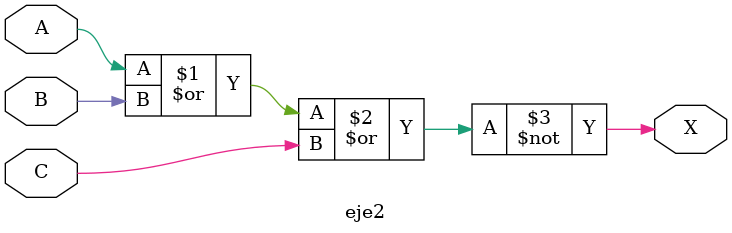
<source format=v>
module eje2(
    input wire A,
    input wire B,
    input wire C,
    output wire X
);
    
    assign X = ~(A | B | C);  // Operación NOR entre A, B Y C
endmodule

</source>
